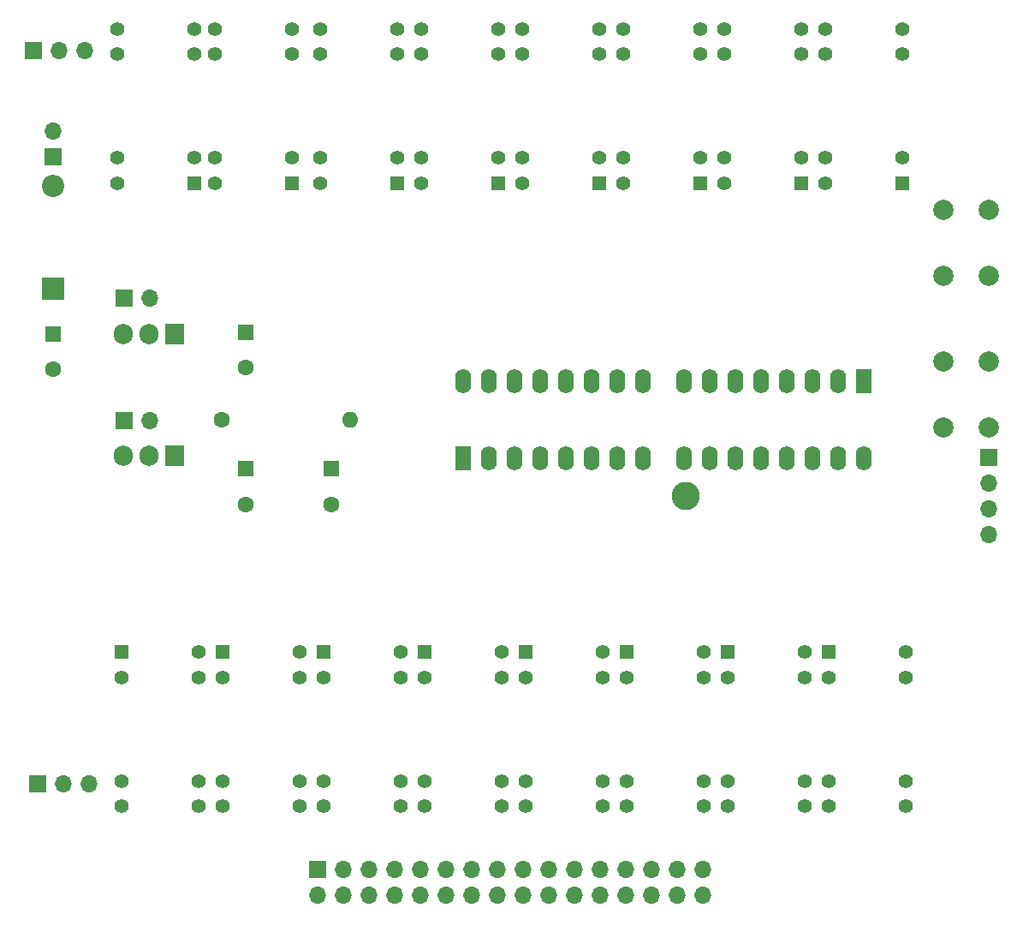
<source format=gbr>
%TF.GenerationSoftware,KiCad,Pcbnew,6.0.8-f2edbf62ab~116~ubuntu22.04.1*%
%TF.CreationDate,2022-10-03T01:52:06+02:00*%
%TF.ProjectId,relay_brd,72656c61-795f-4627-9264-2e6b69636164,rev?*%
%TF.SameCoordinates,Original*%
%TF.FileFunction,Copper,L2,Bot*%
%TF.FilePolarity,Positive*%
%FSLAX46Y46*%
G04 Gerber Fmt 4.6, Leading zero omitted, Abs format (unit mm)*
G04 Created by KiCad (PCBNEW 6.0.8-f2edbf62ab~116~ubuntu22.04.1) date 2022-10-03 01:52:06*
%MOMM*%
%LPD*%
G01*
G04 APERTURE LIST*
%TA.AperFunction,ComponentPad*%
%ADD10C,2.000000*%
%TD*%
%TA.AperFunction,ComponentPad*%
%ADD11R,1.600000X1.600000*%
%TD*%
%TA.AperFunction,ComponentPad*%
%ADD12C,1.600000*%
%TD*%
%TA.AperFunction,ComponentPad*%
%ADD13R,1.400000X1.400000*%
%TD*%
%TA.AperFunction,ComponentPad*%
%ADD14C,1.400000*%
%TD*%
%TA.AperFunction,ComponentPad*%
%ADD15R,1.700000X1.700000*%
%TD*%
%TA.AperFunction,ComponentPad*%
%ADD16O,1.700000X1.700000*%
%TD*%
%TA.AperFunction,ComponentPad*%
%ADD17R,2.200000X2.200000*%
%TD*%
%TA.AperFunction,ComponentPad*%
%ADD18O,2.200000X2.200000*%
%TD*%
%TA.AperFunction,ComponentPad*%
%ADD19R,1.905000X2.000000*%
%TD*%
%TA.AperFunction,ComponentPad*%
%ADD20O,1.905000X2.000000*%
%TD*%
%TA.AperFunction,ComponentPad*%
%ADD21O,1.600000X1.600000*%
%TD*%
%TA.AperFunction,ComponentPad*%
%ADD22R,1.600000X2.400000*%
%TD*%
%TA.AperFunction,ComponentPad*%
%ADD23O,1.600000X2.400000*%
%TD*%
%TA.AperFunction,ComponentPad*%
%ADD24C,2.800000*%
%TD*%
G04 APERTURE END LIST*
D10*
%TO.P,SW2,1,1*%
%TO.N,/~{OE}*%
X197500000Y-94250000D03*
X197500000Y-100750000D03*
%TO.P,SW2,2,2*%
%TO.N,+5VD*%
X193000000Y-94250000D03*
X193000000Y-100750000D03*
%TD*%
D11*
%TO.P,C9,1*%
%TO.N,+12V*%
X124000000Y-91347349D03*
D12*
%TO.P,C9,2*%
%TO.N,GND*%
X124000000Y-94847349D03*
%TD*%
D13*
%TO.P,K16,1*%
%TO.N,/K16B*%
X118975000Y-76600000D03*
D14*
%TO.P,K16,2*%
%TO.N,Net-(D16-Pad2)*%
X118975000Y-74060000D03*
%TO.P,K16,6*%
%TO.N,VDDA*%
X118975000Y-63800000D03*
%TO.P,K16,7*%
%TO.N,/K16A*%
X118975000Y-61360000D03*
%TO.P,K16,8*%
X111355000Y-61360000D03*
%TO.P,K16,9*%
%TO.N,N/C*%
X111355000Y-63800000D03*
%TO.P,K16,13*%
X111355000Y-74060000D03*
%TO.P,K16,14*%
%TO.N,/K16B*%
X111355000Y-76600000D03*
%TD*%
D13*
%TO.P,K3,1*%
%TO.N,/K3B*%
X131700000Y-122900000D03*
D14*
%TO.P,K3,2*%
%TO.N,Net-(D3-Pad2)*%
X131700000Y-125440000D03*
%TO.P,K3,6*%
%TO.N,VDD*%
X131700000Y-135700000D03*
%TO.P,K3,7*%
%TO.N,/K3A*%
X131700000Y-138140000D03*
%TO.P,K3,8*%
X139320000Y-138140000D03*
%TO.P,K3,9*%
%TO.N,N/C*%
X139320000Y-135700000D03*
%TO.P,K3,13*%
X139320000Y-125440000D03*
%TO.P,K3,14*%
%TO.N,/K3B*%
X139320000Y-122900000D03*
%TD*%
D15*
%TO.P,J3,1,Pin_1*%
%TO.N,/DATA*%
X197525000Y-103700000D03*
D16*
%TO.P,J3,2,Pin_2*%
%TO.N,/CLK*%
X197525000Y-106240000D03*
%TO.P,J3,3,Pin_3*%
%TO.N,/LATCH*%
X197525000Y-108780000D03*
%TO.P,J3,4,Pin_4*%
%TO.N,GND*%
X197525000Y-111320000D03*
%TD*%
D10*
%TO.P,SW1,1,1*%
%TO.N,GND*%
X197525000Y-85750000D03*
X197525000Y-79250000D03*
%TO.P,SW1,2,2*%
%TO.N,/~{RST}*%
X193025000Y-79250000D03*
X193025000Y-85750000D03*
%TD*%
D17*
%TO.P,D17,1,K*%
%TO.N,VCC*%
X105000000Y-87080000D03*
D18*
%TO.P,D17,2,A*%
%TO.N,/Vin*%
X105000000Y-76920000D03*
%TD*%
D15*
%TO.P,J2,1,Pin_1*%
%TO.N,VCC*%
X111960000Y-100055000D03*
D16*
%TO.P,J2,2,Pin_2*%
%TO.N,+5V*%
X114500000Y-100055000D03*
%TD*%
D13*
%TO.P,K12,1*%
%TO.N,/K12B*%
X158975000Y-76600000D03*
D14*
%TO.P,K12,2*%
%TO.N,Net-(D12-Pad2)*%
X158975000Y-74060000D03*
%TO.P,K12,6*%
%TO.N,VDD*%
X158975000Y-63800000D03*
%TO.P,K12,7*%
%TO.N,/K12A*%
X158975000Y-61360000D03*
%TO.P,K12,8*%
X151355000Y-61360000D03*
%TO.P,K12,9*%
%TO.N,N/C*%
X151355000Y-63800000D03*
%TO.P,K12,13*%
X151355000Y-74060000D03*
%TO.P,K12,14*%
%TO.N,/K12B*%
X151355000Y-76600000D03*
%TD*%
D11*
%TO.P,C2,1*%
%TO.N,VCC*%
X105000000Y-91500000D03*
D12*
%TO.P,C2,2*%
%TO.N,GND*%
X105000000Y-95000000D03*
%TD*%
D19*
%TO.P,U2,1,ADJ*%
%TO.N,Net-(R23-Pad2)*%
X117000000Y-91500000D03*
D20*
%TO.P,U2,2,VO*%
%TO.N,+12V*%
X114460000Y-91500000D03*
%TO.P,U2,3,VI*%
%TO.N,VCC*%
X111920000Y-91500000D03*
%TD*%
D12*
%TO.P,L1,1,1*%
%TO.N,+5V*%
X121650000Y-100000000D03*
D21*
%TO.P,L1,2,2*%
%TO.N,+5VD*%
X134350000Y-100000000D03*
%TD*%
D22*
%TO.P,U3,1,QB*%
%TO.N,/K2*%
X145500000Y-103800000D03*
D23*
%TO.P,U3,2,QC*%
%TO.N,/K3*%
X148040000Y-103800000D03*
%TO.P,U3,3,QD*%
%TO.N,/K4*%
X150580000Y-103800000D03*
%TO.P,U3,4,QE*%
%TO.N,/K5*%
X153120000Y-103800000D03*
%TO.P,U3,5,QF*%
%TO.N,/K6*%
X155660000Y-103800000D03*
%TO.P,U3,6,QG*%
%TO.N,/K7*%
X158200000Y-103800000D03*
%TO.P,U3,7,QH*%
%TO.N,/K8*%
X160740000Y-103800000D03*
%TO.P,U3,8,GND*%
%TO.N,GND*%
X163280000Y-103800000D03*
%TO.P,U3,9,QH'*%
%TO.N,/SER_OUT*%
X163280000Y-96180000D03*
%TO.P,U3,10,~{SRCLR}*%
%TO.N,/~{RST}*%
X160740000Y-96180000D03*
%TO.P,U3,11,SRCLK*%
%TO.N,/CLK*%
X158200000Y-96180000D03*
%TO.P,U3,12,RCLK*%
%TO.N,/LATCH*%
X155660000Y-96180000D03*
%TO.P,U3,13,~{OE}*%
%TO.N,/~{OE}*%
X153120000Y-96180000D03*
%TO.P,U3,14,SER*%
%TO.N,/DATA*%
X150580000Y-96180000D03*
%TO.P,U3,15,QA*%
%TO.N,/K1*%
X148040000Y-96180000D03*
%TO.P,U3,16,VCC*%
%TO.N,+5VD*%
X145500000Y-96180000D03*
%TD*%
D15*
%TO.P,J6,1,Pin_1*%
%TO.N,+5V*%
X102975000Y-63475000D03*
D16*
%TO.P,J6,2,Pin_2*%
%TO.N,VDDA*%
X105515000Y-63475000D03*
%TO.P,J6,3,Pin_3*%
%TO.N,+12V*%
X108055000Y-63475000D03*
%TD*%
D13*
%TO.P,K6,1*%
%TO.N,/K6B*%
X161700000Y-122900000D03*
D14*
%TO.P,K6,2*%
%TO.N,Net-(D6-Pad2)*%
X161700000Y-125440000D03*
%TO.P,K6,6*%
%TO.N,VDD*%
X161700000Y-135700000D03*
%TO.P,K6,7*%
%TO.N,/K6A*%
X161700000Y-138140000D03*
%TO.P,K6,8*%
X169320000Y-138140000D03*
%TO.P,K6,9*%
%TO.N,N/C*%
X169320000Y-135700000D03*
%TO.P,K6,13*%
X169320000Y-125440000D03*
%TO.P,K6,14*%
%TO.N,/K6B*%
X169320000Y-122900000D03*
%TD*%
D13*
%TO.P,K8,1*%
%TO.N,/K8B*%
X181700000Y-122900000D03*
D14*
%TO.P,K8,2*%
%TO.N,Net-(D8-Pad2)*%
X181700000Y-125440000D03*
%TO.P,K8,6*%
%TO.N,VDD*%
X181700000Y-135700000D03*
%TO.P,K8,7*%
%TO.N,/K8A*%
X181700000Y-138140000D03*
%TO.P,K8,8*%
X189320000Y-138140000D03*
%TO.P,K8,9*%
%TO.N,N/C*%
X189320000Y-135700000D03*
%TO.P,K8,13*%
X189320000Y-125440000D03*
%TO.P,K8,14*%
%TO.N,/K8B*%
X189320000Y-122900000D03*
%TD*%
D13*
%TO.P,K11,1*%
%TO.N,/K11B*%
X168975000Y-76600000D03*
D14*
%TO.P,K11,2*%
%TO.N,Net-(D11-Pad2)*%
X168975000Y-74060000D03*
%TO.P,K11,6*%
%TO.N,VDD*%
X168975000Y-63800000D03*
%TO.P,K11,7*%
%TO.N,/K11A*%
X168975000Y-61360000D03*
%TO.P,K11,8*%
X161355000Y-61360000D03*
%TO.P,K11,9*%
%TO.N,N/C*%
X161355000Y-63800000D03*
%TO.P,K11,13*%
X161355000Y-74060000D03*
%TO.P,K11,14*%
%TO.N,/K11B*%
X161355000Y-76600000D03*
%TD*%
D13*
%TO.P,K13,1*%
%TO.N,/K13B*%
X148975000Y-76600000D03*
D14*
%TO.P,K13,2*%
%TO.N,Net-(D13-Pad2)*%
X148975000Y-74060000D03*
%TO.P,K13,6*%
%TO.N,VDDA*%
X148975000Y-63800000D03*
%TO.P,K13,7*%
%TO.N,/K13A*%
X148975000Y-61360000D03*
%TO.P,K13,8*%
X141355000Y-61360000D03*
%TO.P,K13,9*%
%TO.N,N/C*%
X141355000Y-63800000D03*
%TO.P,K13,13*%
X141355000Y-74060000D03*
%TO.P,K13,14*%
%TO.N,/K13B*%
X141355000Y-76600000D03*
%TD*%
D11*
%TO.P,C6,1*%
%TO.N,+5VD*%
X132500000Y-104847349D03*
D12*
%TO.P,C6,2*%
%TO.N,GND*%
X132500000Y-108347349D03*
%TD*%
D13*
%TO.P,K9,1*%
%TO.N,/K9B*%
X188975000Y-76600000D03*
D14*
%TO.P,K9,2*%
%TO.N,Net-(D9-Pad2)*%
X188975000Y-74060000D03*
%TO.P,K9,6*%
%TO.N,VDD*%
X188975000Y-63800000D03*
%TO.P,K9,7*%
%TO.N,/K9A*%
X188975000Y-61360000D03*
%TO.P,K9,8*%
X181355000Y-61360000D03*
%TO.P,K9,9*%
%TO.N,N/C*%
X181355000Y-63800000D03*
%TO.P,K9,13*%
X181355000Y-74060000D03*
%TO.P,K9,14*%
%TO.N,/K9B*%
X181355000Y-76600000D03*
%TD*%
D13*
%TO.P,K1,1*%
%TO.N,/K1B*%
X111700000Y-122900000D03*
D14*
%TO.P,K1,2*%
%TO.N,Net-(D1-Pad2)*%
X111700000Y-125440000D03*
%TO.P,K1,6*%
%TO.N,VDD*%
X111700000Y-135700000D03*
%TO.P,K1,7*%
%TO.N,/K1A*%
X111700000Y-138140000D03*
%TO.P,K1,8*%
X119320000Y-138140000D03*
%TO.P,K1,9*%
%TO.N,N/C*%
X119320000Y-135700000D03*
%TO.P,K1,13*%
X119320000Y-125440000D03*
%TO.P,K1,14*%
%TO.N,/K1B*%
X119320000Y-122900000D03*
%TD*%
D13*
%TO.P,K5,1*%
%TO.N,/K5B*%
X151700000Y-122900000D03*
D14*
%TO.P,K5,2*%
%TO.N,Net-(D5-Pad2)*%
X151700000Y-125440000D03*
%TO.P,K5,6*%
%TO.N,VDD*%
X151700000Y-135700000D03*
%TO.P,K5,7*%
%TO.N,/K5A*%
X151700000Y-138140000D03*
%TO.P,K5,8*%
X159320000Y-138140000D03*
%TO.P,K5,9*%
%TO.N,N/C*%
X159320000Y-135700000D03*
%TO.P,K5,13*%
X159320000Y-125440000D03*
%TO.P,K5,14*%
%TO.N,/K5B*%
X159320000Y-122900000D03*
%TD*%
D13*
%TO.P,K7,1*%
%TO.N,/K7B*%
X171700000Y-122900000D03*
D14*
%TO.P,K7,2*%
%TO.N,Net-(D7-Pad2)*%
X171700000Y-125440000D03*
%TO.P,K7,6*%
%TO.N,VDD*%
X171700000Y-135700000D03*
%TO.P,K7,7*%
%TO.N,/K7A*%
X171700000Y-138140000D03*
%TO.P,K7,8*%
X179320000Y-138140000D03*
%TO.P,K7,9*%
%TO.N,N/C*%
X179320000Y-135700000D03*
%TO.P,K7,13*%
X179320000Y-125440000D03*
%TO.P,K7,14*%
%TO.N,/K7B*%
X179320000Y-122900000D03*
%TD*%
D19*
%TO.P,U1,1,ADJ*%
%TO.N,Net-(R17-Pad1)*%
X117000000Y-103555000D03*
D20*
%TO.P,U1,2,VO*%
%TO.N,+5V*%
X114460000Y-103555000D03*
%TO.P,U1,3,VI*%
%TO.N,VCC*%
X111920000Y-103555000D03*
%TD*%
D15*
%TO.P,J4,1,Pin_1*%
%TO.N,VCC*%
X111960000Y-88000000D03*
D16*
%TO.P,J4,2,Pin_2*%
%TO.N,+12V*%
X114500000Y-88000000D03*
%TD*%
D15*
%TO.P,J7,1,Pin_1*%
%TO.N,/K1A*%
X131100000Y-144460000D03*
D16*
%TO.P,J7,2,Pin_2*%
X131100000Y-147000000D03*
%TO.P,J7,3,Pin_3*%
%TO.N,/K1B*%
X133640000Y-144460000D03*
%TO.P,J7,4,Pin_4*%
X133640000Y-147000000D03*
%TO.P,J7,5,Pin_5*%
%TO.N,/K2A*%
X136180000Y-144460000D03*
%TO.P,J7,6,Pin_6*%
X136180000Y-147000000D03*
%TO.P,J7,7,Pin_7*%
%TO.N,/K2B*%
X138720000Y-144460000D03*
%TO.P,J7,8,Pin_8*%
X138720000Y-147000000D03*
%TO.P,J7,9,Pin_9*%
%TO.N,/K3A*%
X141260000Y-144460000D03*
%TO.P,J7,10,Pin_10*%
X141260000Y-147000000D03*
%TO.P,J7,11,Pin_11*%
%TO.N,/K3B*%
X143800000Y-144460000D03*
%TO.P,J7,12,Pin_12*%
X143800000Y-147000000D03*
%TO.P,J7,13,Pin_13*%
%TO.N,/K4A*%
X146340000Y-144460000D03*
%TO.P,J7,14,Pin_14*%
X146340000Y-147000000D03*
%TO.P,J7,15,Pin_15*%
%TO.N,/K4B*%
X148880000Y-144460000D03*
%TO.P,J7,16,Pin_16*%
X148880000Y-147000000D03*
%TO.P,J7,17,Pin_17*%
%TO.N,/K5A*%
X151420000Y-144460000D03*
%TO.P,J7,18,Pin_18*%
X151420000Y-147000000D03*
%TO.P,J7,19,Pin_19*%
%TO.N,/K5B*%
X153960000Y-144460000D03*
%TO.P,J7,20,Pin_20*%
X153960000Y-147000000D03*
%TO.P,J7,21,Pin_21*%
%TO.N,/K6A*%
X156500000Y-144460000D03*
%TO.P,J7,22,Pin_22*%
X156500000Y-147000000D03*
%TO.P,J7,23,Pin_23*%
%TO.N,/K6B*%
X159040000Y-144460000D03*
%TO.P,J7,24,Pin_24*%
X159040000Y-147000000D03*
%TO.P,J7,25,Pin_25*%
%TO.N,/K7A*%
X161580000Y-144460000D03*
%TO.P,J7,26,Pin_26*%
X161580000Y-147000000D03*
%TO.P,J7,27,Pin_27*%
%TO.N,/K7B*%
X164120000Y-144460000D03*
%TO.P,J7,28,Pin_28*%
X164120000Y-147000000D03*
%TO.P,J7,29,Pin_29*%
%TO.N,/K8A*%
X166660000Y-144460000D03*
%TO.P,J7,30,Pin_30*%
X166660000Y-147000000D03*
%TO.P,J7,31,Pin_31*%
%TO.N,/K8B*%
X169200000Y-144460000D03*
%TO.P,J7,32,Pin_32*%
X169200000Y-147000000D03*
%TD*%
D22*
%TO.P,U4,1,QB*%
%TO.N,/K10*%
X185120000Y-96200000D03*
D23*
%TO.P,U4,2,QC*%
%TO.N,/K11*%
X182580000Y-96200000D03*
%TO.P,U4,3,QD*%
%TO.N,/K12*%
X180040000Y-96200000D03*
%TO.P,U4,4,QE*%
%TO.N,/K13*%
X177500000Y-96200000D03*
%TO.P,U4,5,QF*%
%TO.N,/K14*%
X174960000Y-96200000D03*
%TO.P,U4,6,QG*%
%TO.N,/K15*%
X172420000Y-96200000D03*
%TO.P,U4,7,QH*%
%TO.N,/K16*%
X169880000Y-96200000D03*
%TO.P,U4,8,GND*%
%TO.N,GND*%
X167340000Y-96200000D03*
%TO.P,U4,9,QH'*%
%TO.N,Net-(TP1-Pad1)*%
X167340000Y-103820000D03*
%TO.P,U4,10,~{SRCLR}*%
%TO.N,/~{RST}*%
X169880000Y-103820000D03*
%TO.P,U4,11,SRCLK*%
%TO.N,/CLK*%
X172420000Y-103820000D03*
%TO.P,U4,12,RCLK*%
%TO.N,/LATCH*%
X174960000Y-103820000D03*
%TO.P,U4,13,~{OE}*%
%TO.N,/~{OE}*%
X177500000Y-103820000D03*
%TO.P,U4,14,SER*%
%TO.N,/SER_OUT*%
X180040000Y-103820000D03*
%TO.P,U4,15,QA*%
%TO.N,/K9*%
X182580000Y-103820000D03*
%TO.P,U4,16,VCC*%
%TO.N,+5VD*%
X185120000Y-103820000D03*
%TD*%
D24*
%TO.P,TP1,1,1*%
%TO.N,Net-(TP1-Pad1)*%
X167500000Y-107500000D03*
%TD*%
D13*
%TO.P,K4,1*%
%TO.N,/K4B*%
X141700000Y-122900000D03*
D14*
%TO.P,K4,2*%
%TO.N,Net-(D4-Pad2)*%
X141700000Y-125440000D03*
%TO.P,K4,6*%
%TO.N,VDD*%
X141700000Y-135700000D03*
%TO.P,K4,7*%
%TO.N,/K4A*%
X141700000Y-138140000D03*
%TO.P,K4,8*%
X149320000Y-138140000D03*
%TO.P,K4,9*%
%TO.N,N/C*%
X149320000Y-135700000D03*
%TO.P,K4,13*%
X149320000Y-125440000D03*
%TO.P,K4,14*%
%TO.N,/K4B*%
X149320000Y-122900000D03*
%TD*%
D13*
%TO.P,K10,1*%
%TO.N,/K10B*%
X178975000Y-76600000D03*
D14*
%TO.P,K10,2*%
%TO.N,Net-(D10-Pad2)*%
X178975000Y-74060000D03*
%TO.P,K10,6*%
%TO.N,VDD*%
X178975000Y-63800000D03*
%TO.P,K10,7*%
%TO.N,/K10A*%
X178975000Y-61360000D03*
%TO.P,K10,8*%
X171355000Y-61360000D03*
%TO.P,K10,9*%
%TO.N,N/C*%
X171355000Y-63800000D03*
%TO.P,K10,13*%
X171355000Y-74060000D03*
%TO.P,K10,14*%
%TO.N,/K10B*%
X171355000Y-76600000D03*
%TD*%
D13*
%TO.P,K14,1*%
%TO.N,/K14B*%
X138975000Y-76600000D03*
D14*
%TO.P,K14,2*%
%TO.N,Net-(D14-Pad2)*%
X138975000Y-74060000D03*
%TO.P,K14,6*%
%TO.N,VDDA*%
X138975000Y-63800000D03*
%TO.P,K14,7*%
%TO.N,/K14A*%
X138975000Y-61360000D03*
%TO.P,K14,8*%
X131355000Y-61360000D03*
%TO.P,K14,9*%
%TO.N,N/C*%
X131355000Y-63800000D03*
%TO.P,K14,13*%
X131355000Y-74060000D03*
%TO.P,K14,14*%
%TO.N,/K14B*%
X131355000Y-76600000D03*
%TD*%
D11*
%TO.P,C5,1*%
%TO.N,+5V*%
X124000000Y-104847349D03*
D12*
%TO.P,C5,2*%
%TO.N,GND*%
X124000000Y-108347349D03*
%TD*%
D15*
%TO.P,J5,1,Pin_1*%
%TO.N,+5V*%
X103475000Y-135975000D03*
D16*
%TO.P,J5,2,Pin_2*%
%TO.N,VDD*%
X106015000Y-135975000D03*
%TO.P,J5,3,Pin_3*%
%TO.N,+12V*%
X108555000Y-135975000D03*
%TD*%
D13*
%TO.P,K2,1*%
%TO.N,/K2B*%
X121700000Y-122900000D03*
D14*
%TO.P,K2,2*%
%TO.N,Net-(D2-Pad2)*%
X121700000Y-125440000D03*
%TO.P,K2,6*%
%TO.N,VDD*%
X121700000Y-135700000D03*
%TO.P,K2,7*%
%TO.N,/K2A*%
X121700000Y-138140000D03*
%TO.P,K2,8*%
X129320000Y-138140000D03*
%TO.P,K2,9*%
%TO.N,N/C*%
X129320000Y-135700000D03*
%TO.P,K2,13*%
X129320000Y-125440000D03*
%TO.P,K2,14*%
%TO.N,/K2B*%
X129320000Y-122900000D03*
%TD*%
D15*
%TO.P,J1,1,Pin_1*%
%TO.N,/Vin*%
X105000000Y-74040000D03*
D16*
%TO.P,J1,2,Pin_2*%
%TO.N,GND*%
X105000000Y-71500000D03*
%TD*%
D13*
%TO.P,K15,1*%
%TO.N,/K15B*%
X128585000Y-76600000D03*
D14*
%TO.P,K15,2*%
%TO.N,Net-(D15-Pad2)*%
X128585000Y-74060000D03*
%TO.P,K15,6*%
%TO.N,VDDA*%
X128585000Y-63800000D03*
%TO.P,K15,7*%
%TO.N,/K15A*%
X128585000Y-61360000D03*
%TO.P,K15,8*%
X120965000Y-61360000D03*
%TO.P,K15,9*%
%TO.N,N/C*%
X120965000Y-63800000D03*
%TO.P,K15,13*%
X120965000Y-74060000D03*
%TO.P,K15,14*%
%TO.N,/K15B*%
X120965000Y-76600000D03*
%TD*%
M02*

</source>
